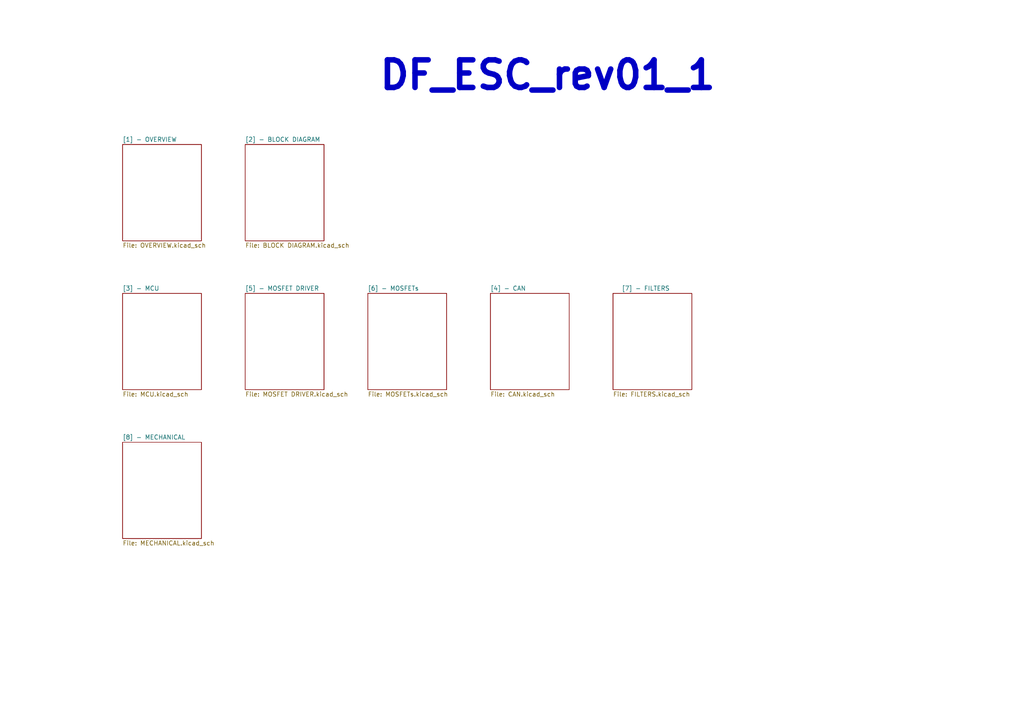
<source format=kicad_sch>
(kicad_sch (version 20230121) (generator eeschema)
  (paper "A4")
  (title_block (title "DF_ESC_rev01_1") (date "2024-01-14") (rev "rev01_1") (company "Ivan Mendez IMA Design") (comment 3 "i.mendezalon@hotmail.com") (comment 4 "Ivan Mendez"))
  (lib_symbols)
  (text "DF_ESC_rev01_1" (at 208.28 26.67 0) (effects (font (size 8 8) (thickness 1.6) bold) (justify right bottom)))
  (sheet (at 35.56 85.09) (size 22.86 27.94) (stroke (width 0.1524))
    (property "Sheetname" "[3] - MCU" (at 35.56 84.3784 0) (effects (justify left bottom)))
    (property "Sheetfile" "MCU.kicad_sch" (at 35.56 113.6146 0) (effects (justify left top)))
  )
  (sheet (at 177.8 85.09) (size 22.86 27.94) (stroke (width 0.1524))
    (property "Sheetname" "[7] - FILTERS" (at 180.34 84.3784 0) (effects (justify left bottom)))
    (property "Sheetfile" "FILTERS.kicad_sch" (at 177.8 113.6146 0) (effects (justify left top)))
  )
  (sheet (at 71.12 41.91) (size 22.86 27.94) (stroke (width 0.1524))
    (property "Sheetname" "[2] - BLOCK DIAGRAM" (at 71.12 41.1984 0) (effects (justify left bottom)))
    (property "Sheetfile" "BLOCK DIAGRAM.kicad_sch" (at 71.12 70.4346 0) (effects (justify left top)))
  )
  (sheet (at 106.68 85.09) (size 22.86 27.94) (stroke (width 0.1524))
    (property "Sheetname" "[6] - MOSFETs" (at 106.68 84.3784 0) (effects (justify left bottom)))
    (property "Sheetfile" "MOSFETs.kicad_sch" (at 106.68 113.6146 0) (effects (justify left top)))
  )
  (sheet (at 142.24 85.09) (size 22.86 27.94) (stroke (width 0.1524))
    (property "Sheetname" "[4] - CAN" (at 142.24 84.3784 0) (effects (justify left bottom)))
    (property "Sheetfile" "CAN.kicad_sch" (at 142.24 113.6146 0) (effects (justify left top)))
  )
  (sheet (at 35.56 128.27) (size 22.86 27.94) (stroke (width 0.1524))
    (property "Sheetname" "[8] - MECHANICAL" (at 35.56 127.5584 0) (effects (justify left bottom)))
    (property "Sheetfile" "MECHANICAL.kicad_sch" (at 35.56 156.7946 0) (effects (justify left top)))
  )
  (sheet (at 35.56 41.91) (size 22.86 27.94) (stroke (width 0.1524))
    (property "Sheetname" "[1] - OVERVIEW" (at 35.56 41.1984 0) (effects (justify left bottom)))
    (property "Sheetfile" "OVERVIEW.kicad_sch" (at 35.56 70.4346 0) (effects (justify left top)))
  )
  (sheet (at 71.12 85.09) (size 22.86 27.94) (stroke (width 0.1524))
    (property "Sheetname" "[5] - MOSFET DRIVER" (at 71.12 84.3784 0) (effects (justify left bottom)))
    (property "Sheetfile" "MOSFET DRIVER.kicad_sch" (at 71.12 113.6146 0) (effects (justify left top)))
  )
)
</source>
